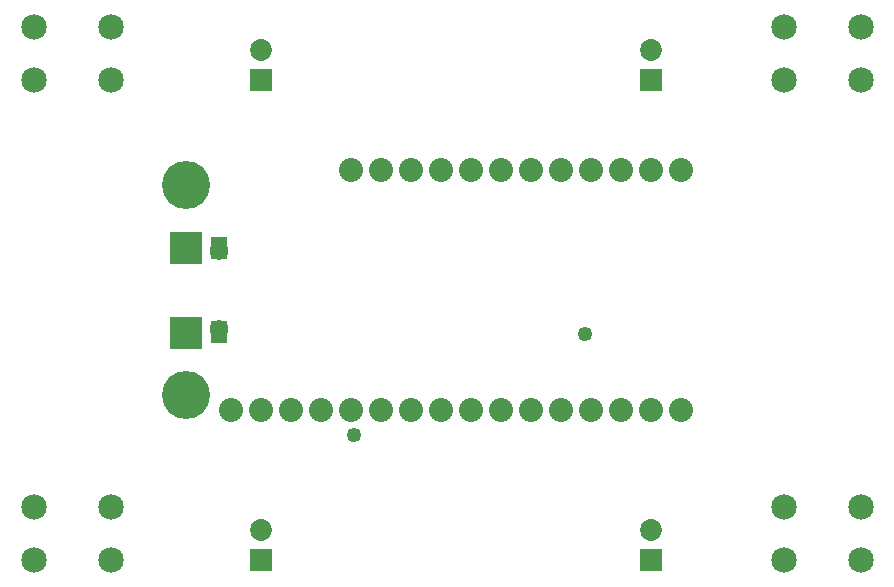
<source format=gbs>
G04 MADE WITH FRITZING*
G04 WWW.FRITZING.ORG*
G04 DOUBLE SIDED*
G04 HOLES PLATED*
G04 CONTOUR ON CENTER OF CONTOUR VECTOR*
%ASAXBY*%
%FSLAX23Y23*%
%MOIN*%
%OFA0B0*%
%SFA1.0B1.0*%
%ADD10C,0.080000*%
%ADD11C,0.105000*%
%ADD12C,0.159999*%
%ADD13C,0.061496*%
%ADD14C,0.072992*%
%ADD15C,0.085000*%
%ADD16C,0.049370*%
%ADD17R,0.105000X0.105000*%
%ADD18R,0.072992X0.072992*%
%ADD19R,0.001000X0.001000*%
%LNMASK0*%
G90*
G70*
G54D10*
X1644Y1533D03*
X1744Y733D03*
X944Y733D03*
X2444Y1533D03*
G54D11*
X795Y992D03*
G54D10*
X1344Y733D03*
X2144Y733D03*
X2044Y1533D03*
G54D12*
X794Y1483D03*
G54D10*
X1144Y733D03*
X1544Y733D03*
X1944Y733D03*
X2344Y733D03*
X2244Y1533D03*
X1844Y1533D03*
X1444Y1533D03*
G54D13*
X905Y1003D03*
G54D10*
X1044Y733D03*
X1244Y733D03*
X1444Y733D03*
X1644Y733D03*
X1844Y733D03*
X2044Y733D03*
X2244Y733D03*
X2444Y733D03*
X2344Y1533D03*
X2144Y1533D03*
X1944Y1533D03*
X1744Y1533D03*
X1544Y1533D03*
X1344Y1533D03*
G54D12*
X794Y783D03*
G54D13*
X905Y1263D03*
G54D11*
X795Y1275D03*
G54D14*
X1044Y1835D03*
X1044Y1933D03*
X2344Y1835D03*
X2344Y1933D03*
X2344Y235D03*
X2344Y333D03*
X1044Y235D03*
X1044Y333D03*
G54D15*
X544Y233D03*
X289Y233D03*
X544Y411D03*
X289Y411D03*
X3044Y233D03*
X2789Y233D03*
X3044Y411D03*
X2789Y411D03*
X3044Y1833D03*
X2789Y1833D03*
X3044Y2011D03*
X2789Y2011D03*
X544Y1833D03*
X289Y1833D03*
X544Y2011D03*
X289Y2011D03*
G54D16*
X2124Y986D03*
X1356Y650D03*
G54D17*
X795Y992D03*
X795Y1275D03*
G54D18*
X1044Y1835D03*
X2344Y1835D03*
X2344Y235D03*
X1044Y235D03*
G54D19*
X879Y1310D02*
X929Y1310D01*
X879Y1309D02*
X930Y1309D01*
X879Y1308D02*
X930Y1308D01*
X879Y1307D02*
X930Y1307D01*
X879Y1306D02*
X930Y1306D01*
X879Y1305D02*
X930Y1305D01*
X879Y1304D02*
X930Y1304D01*
X879Y1303D02*
X930Y1303D01*
X879Y1302D02*
X930Y1302D01*
X879Y1301D02*
X930Y1301D01*
X879Y1300D02*
X930Y1300D01*
X879Y1299D02*
X930Y1299D01*
X879Y1298D02*
X930Y1298D01*
X879Y1297D02*
X930Y1297D01*
X879Y1296D02*
X930Y1296D01*
X879Y1295D02*
X930Y1295D01*
X879Y1294D02*
X930Y1294D01*
X879Y1293D02*
X930Y1293D01*
X879Y1292D02*
X930Y1292D01*
X879Y1291D02*
X930Y1291D01*
X879Y1290D02*
X930Y1290D01*
X879Y1289D02*
X930Y1289D01*
X879Y1288D02*
X930Y1288D01*
X879Y1287D02*
X930Y1287D01*
X879Y1286D02*
X930Y1286D01*
X879Y1285D02*
X930Y1285D01*
X879Y1284D02*
X930Y1284D01*
X879Y1283D02*
X930Y1283D01*
X879Y1282D02*
X930Y1282D01*
X879Y1281D02*
X930Y1281D01*
X879Y1280D02*
X930Y1280D01*
X879Y1279D02*
X900Y1279D01*
X908Y1279D02*
X930Y1279D01*
X879Y1278D02*
X897Y1278D01*
X911Y1278D02*
X930Y1278D01*
X879Y1277D02*
X895Y1277D01*
X913Y1277D02*
X930Y1277D01*
X879Y1276D02*
X894Y1276D01*
X914Y1276D02*
X930Y1276D01*
X879Y1275D02*
X893Y1275D01*
X916Y1275D02*
X930Y1275D01*
X879Y1274D02*
X892Y1274D01*
X917Y1274D02*
X930Y1274D01*
X879Y1273D02*
X891Y1273D01*
X917Y1273D02*
X930Y1273D01*
X879Y1272D02*
X890Y1272D01*
X918Y1272D02*
X930Y1272D01*
X879Y1271D02*
X890Y1271D01*
X919Y1271D02*
X930Y1271D01*
X879Y1270D02*
X889Y1270D01*
X919Y1270D02*
X930Y1270D01*
X879Y1269D02*
X889Y1269D01*
X920Y1269D02*
X930Y1269D01*
X879Y1268D02*
X889Y1268D01*
X920Y1268D02*
X930Y1268D01*
X879Y1267D02*
X888Y1267D01*
X920Y1267D02*
X930Y1267D01*
X879Y1266D02*
X888Y1266D01*
X920Y1266D02*
X930Y1266D01*
X879Y1265D02*
X888Y1265D01*
X920Y1265D02*
X930Y1265D01*
X879Y1264D02*
X888Y1264D01*
X920Y1264D02*
X930Y1264D01*
X879Y1263D02*
X888Y1263D01*
X920Y1263D02*
X930Y1263D01*
X879Y1262D02*
X888Y1262D01*
X920Y1262D02*
X930Y1262D01*
X879Y1261D02*
X888Y1261D01*
X920Y1261D02*
X930Y1261D01*
X879Y1260D02*
X888Y1260D01*
X920Y1260D02*
X930Y1260D01*
X879Y1259D02*
X889Y1259D01*
X920Y1259D02*
X930Y1259D01*
X879Y1258D02*
X889Y1258D01*
X920Y1258D02*
X930Y1258D01*
X879Y1257D02*
X889Y1257D01*
X919Y1257D02*
X930Y1257D01*
X879Y1256D02*
X890Y1256D01*
X919Y1256D02*
X930Y1256D01*
X879Y1255D02*
X891Y1255D01*
X918Y1255D02*
X930Y1255D01*
X879Y1254D02*
X891Y1254D01*
X917Y1254D02*
X930Y1254D01*
X879Y1253D02*
X892Y1253D01*
X916Y1253D02*
X930Y1253D01*
X879Y1252D02*
X893Y1252D01*
X915Y1252D02*
X930Y1252D01*
X879Y1251D02*
X894Y1251D01*
X914Y1251D02*
X930Y1251D01*
X879Y1250D02*
X896Y1250D01*
X913Y1250D02*
X930Y1250D01*
X879Y1249D02*
X898Y1249D01*
X911Y1249D02*
X930Y1249D01*
X879Y1248D02*
X930Y1248D01*
X879Y1247D02*
X930Y1247D01*
X879Y1246D02*
X930Y1246D01*
X879Y1245D02*
X930Y1245D01*
X879Y1244D02*
X930Y1244D01*
X879Y1243D02*
X930Y1243D01*
X879Y1242D02*
X930Y1242D01*
X879Y1241D02*
X930Y1241D01*
X879Y1240D02*
X930Y1240D01*
X879Y1239D02*
X930Y1239D01*
X879Y1238D02*
X929Y1238D01*
X879Y1029D02*
X930Y1029D01*
X879Y1028D02*
X930Y1028D01*
X879Y1027D02*
X930Y1027D01*
X879Y1026D02*
X930Y1026D01*
X879Y1025D02*
X930Y1025D01*
X879Y1024D02*
X930Y1024D01*
X879Y1023D02*
X930Y1023D01*
X879Y1022D02*
X930Y1022D01*
X879Y1021D02*
X930Y1021D01*
X879Y1020D02*
X930Y1020D01*
X879Y1019D02*
X900Y1019D01*
X909Y1019D02*
X930Y1019D01*
X879Y1018D02*
X897Y1018D01*
X912Y1018D02*
X930Y1018D01*
X879Y1017D02*
X895Y1017D01*
X913Y1017D02*
X930Y1017D01*
X879Y1016D02*
X894Y1016D01*
X915Y1016D02*
X930Y1016D01*
X879Y1015D02*
X893Y1015D01*
X916Y1015D02*
X930Y1015D01*
X879Y1014D02*
X892Y1014D01*
X917Y1014D02*
X930Y1014D01*
X879Y1013D02*
X891Y1013D01*
X918Y1013D02*
X930Y1013D01*
X879Y1012D02*
X890Y1012D01*
X918Y1012D02*
X930Y1012D01*
X879Y1011D02*
X890Y1011D01*
X919Y1011D02*
X930Y1011D01*
X879Y1010D02*
X889Y1010D01*
X919Y1010D02*
X930Y1010D01*
X879Y1009D02*
X889Y1009D01*
X920Y1009D02*
X930Y1009D01*
X879Y1008D02*
X889Y1008D01*
X920Y1008D02*
X930Y1008D01*
X879Y1007D02*
X888Y1007D01*
X920Y1007D02*
X930Y1007D01*
X879Y1006D02*
X888Y1006D01*
X920Y1006D02*
X930Y1006D01*
X879Y1005D02*
X888Y1005D01*
X920Y1005D02*
X930Y1005D01*
X879Y1004D02*
X888Y1004D01*
X920Y1004D02*
X930Y1004D01*
X879Y1003D02*
X888Y1003D01*
X920Y1003D02*
X930Y1003D01*
X879Y1002D02*
X888Y1002D01*
X920Y1002D02*
X930Y1002D01*
X879Y1001D02*
X888Y1001D01*
X920Y1001D02*
X930Y1001D01*
X879Y1000D02*
X889Y1000D01*
X920Y1000D02*
X930Y1000D01*
X879Y999D02*
X889Y999D01*
X920Y999D02*
X930Y999D01*
X879Y998D02*
X889Y998D01*
X919Y998D02*
X930Y998D01*
X879Y997D02*
X890Y997D01*
X919Y997D02*
X930Y997D01*
X879Y996D02*
X890Y996D01*
X918Y996D02*
X930Y996D01*
X879Y995D02*
X891Y995D01*
X918Y995D02*
X930Y995D01*
X879Y994D02*
X892Y994D01*
X917Y994D02*
X930Y994D01*
X879Y993D02*
X892Y993D01*
X916Y993D02*
X930Y993D01*
X879Y992D02*
X893Y992D01*
X915Y992D02*
X930Y992D01*
X879Y991D02*
X895Y991D01*
X914Y991D02*
X930Y991D01*
X879Y990D02*
X896Y990D01*
X912Y990D02*
X930Y990D01*
X879Y989D02*
X898Y989D01*
X910Y989D02*
X930Y989D01*
X879Y988D02*
X930Y988D01*
X879Y987D02*
X930Y987D01*
X879Y986D02*
X930Y986D01*
X879Y985D02*
X930Y985D01*
X879Y984D02*
X930Y984D01*
X879Y983D02*
X930Y983D01*
X879Y982D02*
X930Y982D01*
X879Y981D02*
X930Y981D01*
X879Y980D02*
X930Y980D01*
X879Y979D02*
X930Y979D01*
X879Y978D02*
X930Y978D01*
X879Y977D02*
X930Y977D01*
X879Y976D02*
X930Y976D01*
X879Y975D02*
X930Y975D01*
X879Y974D02*
X930Y974D01*
X879Y973D02*
X930Y973D01*
X879Y972D02*
X930Y972D01*
X879Y971D02*
X930Y971D01*
X879Y970D02*
X930Y970D01*
X879Y969D02*
X930Y969D01*
X879Y968D02*
X930Y968D01*
X879Y967D02*
X930Y967D01*
X879Y966D02*
X930Y966D01*
X879Y965D02*
X930Y965D01*
X879Y964D02*
X930Y964D01*
X879Y963D02*
X930Y963D01*
X879Y962D02*
X930Y962D01*
X879Y961D02*
X930Y961D01*
X879Y960D02*
X930Y960D01*
X879Y959D02*
X930Y959D01*
X879Y958D02*
X930Y958D01*
D02*
G04 End of Mask0*
M02*
</source>
